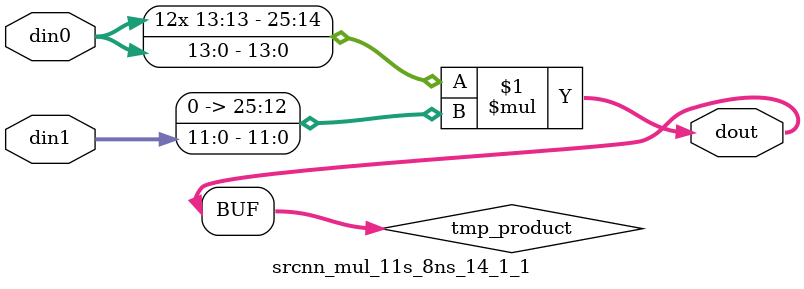
<source format=v>

`timescale 1 ns / 1 ps

  module srcnn_mul_11s_8ns_14_1_1(din0, din1, dout);
parameter ID = 1;
parameter NUM_STAGE = 0;
parameter din0_WIDTH = 14;
parameter din1_WIDTH = 12;
parameter dout_WIDTH = 26;

input [din0_WIDTH - 1 : 0] din0; 
input [din1_WIDTH - 1 : 0] din1; 
output [dout_WIDTH - 1 : 0] dout;

wire signed [dout_WIDTH - 1 : 0] tmp_product;












assign tmp_product = $signed(din0) * $signed({1'b0, din1});









assign dout = tmp_product;







endmodule

</source>
